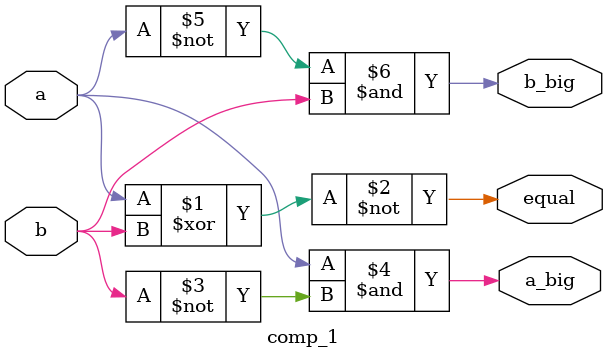
<source format=v>
`timescale 1ns / 1ps

module comp_1(
    input   a,
    input   b,
    output  a_big,
    output  b_big,
    output  equal
);

assign equal = ~(a ^ b); 
assign a_big = (a & ~b);
assign b_big = (~a & b);

endmodule

</source>
